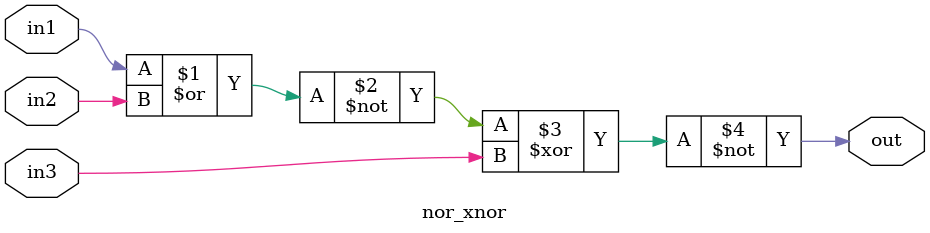
<source format=v>
`timescale 1ns / 1ps

module nor_xnor(in1, in2, in3, out);
     input in1;
     input in2;
     input in3;
     output out;
     
     assign  out = ~((~(in1 | in2)) ^ in3);
endmodule

</source>
